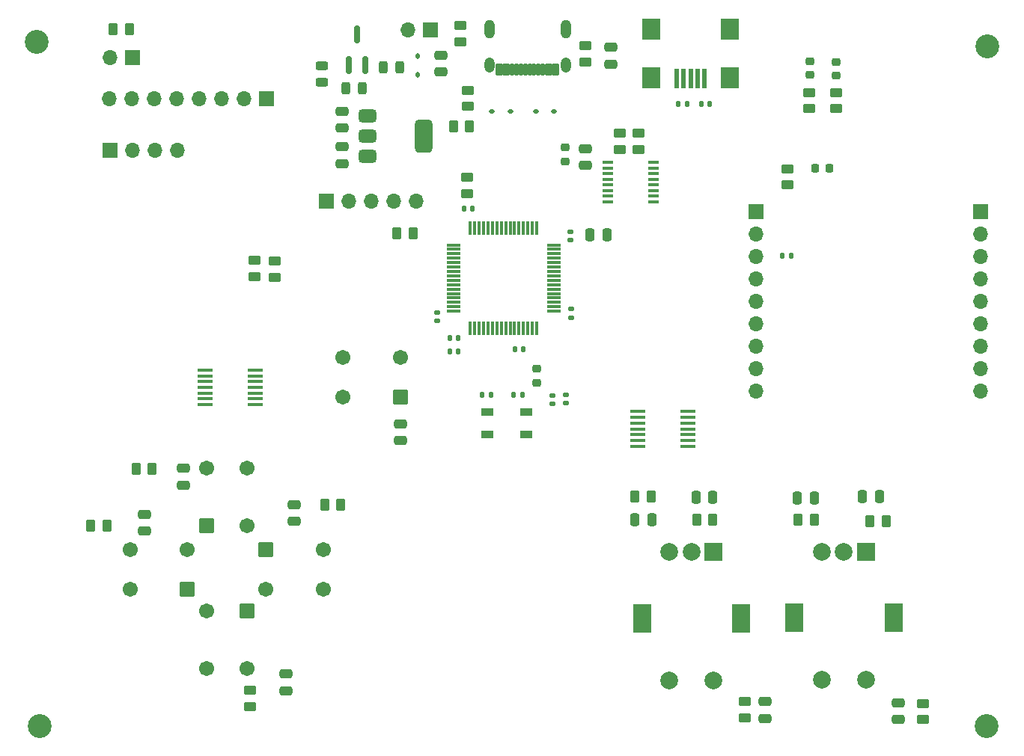
<source format=gbr>
%TF.GenerationSoftware,KiCad,Pcbnew,8.0.6*%
%TF.CreationDate,2025-01-09T21:18:53+11:00*%
%TF.ProjectId,drone_remote,64726f6e-655f-4726-956d-6f74652e6b69,rev?*%
%TF.SameCoordinates,Original*%
%TF.FileFunction,Soldermask,Top*%
%TF.FilePolarity,Negative*%
%FSLAX46Y46*%
G04 Gerber Fmt 4.6, Leading zero omitted, Abs format (unit mm)*
G04 Created by KiCad (PCBNEW 8.0.6) date 2025-01-09 21:18:53*
%MOMM*%
%LPD*%
G01*
G04 APERTURE LIST*
G04 Aperture macros list*
%AMRoundRect*
0 Rectangle with rounded corners*
0 $1 Rounding radius*
0 $2 $3 $4 $5 $6 $7 $8 $9 X,Y pos of 4 corners*
0 Add a 4 corners polygon primitive as box body*
4,1,4,$2,$3,$4,$5,$6,$7,$8,$9,$2,$3,0*
0 Add four circle primitives for the rounded corners*
1,1,$1+$1,$2,$3*
1,1,$1+$1,$4,$5*
1,1,$1+$1,$6,$7*
1,1,$1+$1,$8,$9*
0 Add four rect primitives between the rounded corners*
20,1,$1+$1,$2,$3,$4,$5,0*
20,1,$1+$1,$4,$5,$6,$7,0*
20,1,$1+$1,$6,$7,$8,$9,0*
20,1,$1+$1,$8,$9,$2,$3,0*%
G04 Aperture macros list end*
%ADD10RoundRect,0.140000X-0.140000X-0.170000X0.140000X-0.170000X0.140000X0.170000X-0.140000X0.170000X0*%
%ADD11RoundRect,0.250000X-0.450000X0.262500X-0.450000X-0.262500X0.450000X-0.262500X0.450000X0.262500X0*%
%ADD12RoundRect,0.162500X0.162500X-0.837500X0.162500X0.837500X-0.162500X0.837500X-0.162500X-0.837500X0*%
%ADD13RoundRect,0.250000X0.475000X-0.250000X0.475000X0.250000X-0.475000X0.250000X-0.475000X-0.250000X0*%
%ADD14RoundRect,0.250000X0.262500X0.450000X-0.262500X0.450000X-0.262500X-0.450000X0.262500X-0.450000X0*%
%ADD15RoundRect,0.250000X0.450000X-0.262500X0.450000X0.262500X-0.450000X0.262500X-0.450000X-0.262500X0*%
%ADD16RoundRect,0.250000X0.250000X0.475000X-0.250000X0.475000X-0.250000X-0.475000X0.250000X-0.475000X0*%
%ADD17R,1.676400X0.355600*%
%ADD18RoundRect,0.218750X-0.256250X0.218750X-0.256250X-0.218750X0.256250X-0.218750X0.256250X0.218750X0*%
%ADD19RoundRect,0.102000X0.749000X-0.749000X0.749000X0.749000X-0.749000X0.749000X-0.749000X-0.749000X0*%
%ADD20C,1.702000*%
%ADD21RoundRect,0.140000X0.140000X0.170000X-0.140000X0.170000X-0.140000X-0.170000X0.140000X-0.170000X0*%
%ADD22R,1.700000X1.700000*%
%ADD23O,1.700000X1.700000*%
%ADD24RoundRect,0.250000X-0.262500X-0.450000X0.262500X-0.450000X0.262500X0.450000X-0.262500X0.450000X0*%
%ADD25RoundRect,0.102000X-0.749000X-0.749000X0.749000X-0.749000X0.749000X0.749000X-0.749000X0.749000X0*%
%ADD26RoundRect,0.250000X-0.250000X-0.475000X0.250000X-0.475000X0.250000X0.475000X-0.250000X0.475000X0*%
%ADD27RoundRect,0.112500X0.187500X0.112500X-0.187500X0.112500X-0.187500X-0.112500X0.187500X-0.112500X0*%
%ADD28RoundRect,0.102000X-0.749000X0.749000X-0.749000X-0.749000X0.749000X-0.749000X0.749000X0.749000X0*%
%ADD29R,1.200000X0.400000*%
%ADD30RoundRect,0.102000X0.749000X0.749000X-0.749000X0.749000X-0.749000X-0.749000X0.749000X-0.749000X0*%
%ADD31C,2.700000*%
%ADD32RoundRect,0.250000X-0.475000X0.250000X-0.475000X-0.250000X0.475000X-0.250000X0.475000X0.250000X0*%
%ADD33RoundRect,0.075000X0.075000X-0.700000X0.075000X0.700000X-0.075000X0.700000X-0.075000X-0.700000X0*%
%ADD34RoundRect,0.075000X0.700000X-0.075000X0.700000X0.075000X-0.700000X0.075000X-0.700000X-0.075000X0*%
%ADD35RoundRect,0.243750X0.243750X0.456250X-0.243750X0.456250X-0.243750X-0.456250X0.243750X-0.456250X0*%
%ADD36RoundRect,0.243750X-0.243750X-0.456250X0.243750X-0.456250X0.243750X0.456250X-0.243750X0.456250X0*%
%ADD37RoundRect,0.112500X-0.187500X-0.112500X0.187500X-0.112500X0.187500X0.112500X-0.187500X0.112500X0*%
%ADD38RoundRect,0.140000X-0.170000X0.140000X-0.170000X-0.140000X0.170000X-0.140000X0.170000X0.140000X0*%
%ADD39RoundRect,0.140000X0.170000X-0.140000X0.170000X0.140000X-0.170000X0.140000X-0.170000X-0.140000X0*%
%ADD40R,1.447800X0.889000*%
%ADD41RoundRect,0.375000X-0.625000X-0.375000X0.625000X-0.375000X0.625000X0.375000X-0.625000X0.375000X0*%
%ADD42RoundRect,0.500000X-0.500000X-1.400000X0.500000X-1.400000X0.500000X1.400000X-0.500000X1.400000X0*%
%ADD43RoundRect,0.112500X0.112500X-0.187500X0.112500X0.187500X-0.112500X0.187500X-0.112500X-0.187500X0*%
%ADD44RoundRect,0.218750X0.218750X0.256250X-0.218750X0.256250X-0.218750X-0.256250X0.218750X-0.256250X0*%
%ADD45R,2.000000X2.000000*%
%ADD46C,2.000000*%
%ADD47R,2.000000X3.200000*%
%ADD48RoundRect,0.243750X0.456250X-0.243750X0.456250X0.243750X-0.456250X0.243750X-0.456250X-0.243750X0*%
%ADD49R,0.508000X2.311400*%
%ADD50R,2.006600X2.489200*%
%ADD51RoundRect,0.090000X0.300000X0.575000X-0.300000X0.575000X-0.300000X-0.575000X0.300000X-0.575000X0*%
%ADD52RoundRect,0.090000X0.150000X0.575000X-0.150000X0.575000X-0.150000X-0.575000X0.150000X-0.575000X0*%
%ADD53O,1.204000X2.104000*%
%ADD54O,1.204000X1.704000*%
%ADD55RoundRect,0.135000X-0.135000X-0.185000X0.135000X-0.185000X0.135000X0.185000X-0.135000X0.185000X0*%
G04 APERTURE END LIST*
D10*
%TO.C,C1*%
X111700000Y-43600000D03*
X112660000Y-43600000D03*
%TD*%
D11*
%TO.C,R6*%
X123950000Y-42275000D03*
X123950000Y-44100000D03*
%TD*%
D12*
%TO.C,Q1*%
X71850000Y-39120000D03*
X73750000Y-39120000D03*
X72800000Y-35700000D03*
%TD*%
D13*
%TO.C,C27*%
X134025000Y-113250000D03*
X134025000Y-111350000D03*
%TD*%
D11*
%TO.C,R1*%
X98600000Y-36975000D03*
X98600000Y-38800000D03*
%TD*%
D14*
%TO.C,R16*%
X47000000Y-35100000D03*
X45175000Y-35100000D03*
%TD*%
D15*
%TO.C,R20*%
X136825000Y-113250000D03*
X136825000Y-111425000D03*
%TD*%
D16*
%TO.C,C25*%
X124475000Y-88200000D03*
X122575000Y-88200000D03*
%TD*%
D17*
%TO.C,U3*%
X55630600Y-73699999D03*
X55630600Y-74350000D03*
X55630600Y-75000001D03*
X55630600Y-75650000D03*
X55630600Y-76299999D03*
X55630600Y-76950000D03*
X55630600Y-77599999D03*
X61269400Y-77600001D03*
X61269400Y-76950000D03*
X61269400Y-76300001D03*
X61269400Y-75650000D03*
X61269400Y-75000001D03*
X61269400Y-74350000D03*
X61269400Y-73700001D03*
%TD*%
D13*
%TO.C,C18*%
X82275000Y-39950000D03*
X82275000Y-38050000D03*
%TD*%
D18*
%TO.C,L1*%
X96300000Y-48512500D03*
X96300000Y-50087500D03*
%TD*%
D13*
%TO.C,C22*%
X48700000Y-91900000D03*
X48700000Y-90000000D03*
%TD*%
D19*
%TO.C,SW3*%
X55800000Y-91300000D03*
D20*
X55800000Y-84800000D03*
X60300000Y-91300000D03*
X60300000Y-84800000D03*
%TD*%
D15*
%TO.C,R8*%
X85200000Y-53700000D03*
X85200000Y-51875000D03*
%TD*%
D21*
%TO.C,C8*%
X85827894Y-55405734D03*
X84867894Y-55405734D03*
%TD*%
D18*
%TO.C,L2*%
X93100000Y-73525000D03*
X93100000Y-75100000D03*
%TD*%
D22*
%TO.C,J6*%
X44800000Y-48800000D03*
D23*
X47340000Y-48800000D03*
X49880000Y-48800000D03*
X52420000Y-48800000D03*
%TD*%
D22*
%TO.C,J8*%
X143300000Y-55720000D03*
D23*
X143300000Y-58260000D03*
X143300000Y-60800000D03*
X143300000Y-63340000D03*
X143300000Y-65880000D03*
X143300000Y-68420000D03*
X143300000Y-70960000D03*
X143300000Y-73500000D03*
X143300000Y-76040000D03*
%TD*%
D24*
%TO.C,R22*%
X111200000Y-90600000D03*
X113025000Y-90600000D03*
%TD*%
D13*
%TO.C,C4*%
X77700000Y-81700000D03*
X77700000Y-79800000D03*
%TD*%
D15*
%TO.C,R3*%
X104600000Y-48725000D03*
X104600000Y-46900000D03*
%TD*%
D25*
%TO.C,SW2*%
X62435000Y-94050000D03*
D20*
X68935000Y-94050000D03*
X62435000Y-98550000D03*
X68935000Y-98550000D03*
%TD*%
D11*
%TO.C,R2*%
X102500000Y-46900000D03*
X102500000Y-48725000D03*
%TD*%
D22*
%TO.C,J4*%
X81075000Y-35200000D03*
D23*
X78535000Y-35200000D03*
%TD*%
D26*
%TO.C,C28*%
X111125000Y-88100000D03*
X113025000Y-88100000D03*
%TD*%
D27*
%TO.C,D2*%
X90150000Y-44375000D03*
X88050000Y-44375000D03*
%TD*%
D28*
%TO.C,SW5*%
X60300000Y-101000000D03*
D20*
X60300000Y-107500000D03*
X55800000Y-101000000D03*
X55800000Y-107500000D03*
%TD*%
D29*
%TO.C,U5*%
X106300000Y-54622500D03*
X106300000Y-53987500D03*
X106300000Y-53352500D03*
X106300000Y-52717500D03*
X106300000Y-52082500D03*
X106300000Y-51447500D03*
X106300000Y-50812500D03*
X106300000Y-50177500D03*
X101100000Y-50177500D03*
X101100000Y-50812500D03*
X101100000Y-51447500D03*
X101100000Y-52082500D03*
X101100000Y-52717500D03*
X101100000Y-53352500D03*
X101100000Y-53987500D03*
X101100000Y-54622500D03*
%TD*%
D30*
%TO.C,SW4*%
X53600000Y-98550000D03*
D20*
X47100000Y-98550000D03*
X53600000Y-94050000D03*
X47100000Y-94050000D03*
%TD*%
D15*
%TO.C,R15*%
X60700000Y-111800000D03*
X60700000Y-109975000D03*
%TD*%
D13*
%TO.C,C20*%
X71100000Y-50300000D03*
X71100000Y-48400000D03*
%TD*%
%TO.C,C21*%
X65700000Y-90800000D03*
X65700000Y-88900000D03*
%TD*%
D31*
%TO.C,H1*%
X36500000Y-36500000D03*
%TD*%
D14*
%TO.C,R13*%
X49600000Y-84900000D03*
X47775000Y-84900000D03*
%TD*%
D11*
%TO.C,R5*%
X61200000Y-61287500D03*
X61200000Y-63112500D03*
%TD*%
D32*
%TO.C,C3*%
X101500000Y-37150000D03*
X101500000Y-39050000D03*
%TD*%
D21*
%TO.C,C2*%
X110100000Y-43600000D03*
X109140000Y-43600000D03*
%TD*%
D22*
%TO.C,J5*%
X62550000Y-42975000D03*
D23*
X60010000Y-42975000D03*
X57470000Y-42975000D03*
X54930000Y-42975000D03*
X52390000Y-42975000D03*
X49850000Y-42975000D03*
X47310000Y-42975000D03*
X44770000Y-42975000D03*
%TD*%
D18*
%TO.C,D7*%
X126962500Y-38787500D03*
X126962500Y-40362500D03*
%TD*%
D13*
%TO.C,C5*%
X98600000Y-50500000D03*
X98600000Y-48600000D03*
%TD*%
D33*
%TO.C,U1*%
X85600000Y-68950000D03*
X86100000Y-68950000D03*
X86600000Y-68950000D03*
X87100000Y-68950000D03*
X87600000Y-68950000D03*
X88100000Y-68950000D03*
X88600000Y-68950000D03*
X89100000Y-68950000D03*
X89600000Y-68950000D03*
X90100000Y-68950000D03*
X90600000Y-68950000D03*
X91100000Y-68950000D03*
X91600000Y-68950000D03*
X92100000Y-68950000D03*
X92600000Y-68950000D03*
X93100000Y-68950000D03*
D34*
X95025000Y-67025000D03*
X95025000Y-66525000D03*
X95025000Y-66025000D03*
X95025000Y-65525000D03*
X95025000Y-65025000D03*
X95025000Y-64525000D03*
X95025000Y-64025000D03*
X95025000Y-63525000D03*
X95025000Y-63025000D03*
X95025000Y-62525000D03*
X95025000Y-62025000D03*
X95025000Y-61525000D03*
X95025000Y-61025000D03*
X95025000Y-60525000D03*
X95025000Y-60025000D03*
X95025000Y-59525000D03*
D33*
X93100000Y-57600000D03*
X92600000Y-57600000D03*
X92100000Y-57600000D03*
X91600000Y-57600000D03*
X91100000Y-57600000D03*
X90600000Y-57600000D03*
X90100000Y-57600000D03*
X89600000Y-57600000D03*
X89100000Y-57600000D03*
X88600000Y-57600000D03*
X88100000Y-57600000D03*
X87600000Y-57600000D03*
X87100000Y-57600000D03*
X86600000Y-57600000D03*
X86100000Y-57600000D03*
X85600000Y-57600000D03*
D34*
X83675000Y-59525000D03*
X83675000Y-60025000D03*
X83675000Y-60525000D03*
X83675000Y-61025000D03*
X83675000Y-61525000D03*
X83675000Y-62025000D03*
X83675000Y-62525000D03*
X83675000Y-63025000D03*
X83675000Y-63525000D03*
X83675000Y-64025000D03*
X83675000Y-64525000D03*
X83675000Y-65025000D03*
X83675000Y-65525000D03*
X83675000Y-66025000D03*
X83675000Y-66525000D03*
X83675000Y-67025000D03*
%TD*%
D35*
%TO.C,F1*%
X77600000Y-39400000D03*
X75725000Y-39400000D03*
%TD*%
D36*
%TO.C,D5*%
X71525000Y-41800000D03*
X73400000Y-41800000D03*
%TD*%
D11*
%TO.C,R17*%
X121500000Y-50900000D03*
X121500000Y-52725000D03*
%TD*%
D22*
%TO.C,J7*%
X117900000Y-55720000D03*
D23*
X117900000Y-58260000D03*
X117900000Y-60800000D03*
X117900000Y-63340000D03*
X117900000Y-65880000D03*
X117900000Y-68420000D03*
X117900000Y-70960000D03*
X117900000Y-73500000D03*
X117900000Y-76040000D03*
%TD*%
D15*
%TO.C,R4*%
X84500000Y-36512500D03*
X84500000Y-34687500D03*
%TD*%
D24*
%TO.C,R10*%
X69100000Y-88900000D03*
X70925000Y-88900000D03*
%TD*%
D21*
%TO.C,C16*%
X87910000Y-76475000D03*
X86950000Y-76475000D03*
%TD*%
D13*
%TO.C,C24*%
X64700000Y-110000000D03*
X64700000Y-108100000D03*
%TD*%
D30*
%TO.C,SW1*%
X77665000Y-76750000D03*
D20*
X71165000Y-76750000D03*
X77665000Y-72250000D03*
X71165000Y-72250000D03*
%TD*%
D31*
%TO.C,H2*%
X36900000Y-114000000D03*
%TD*%
%TO.C,H4*%
X144000000Y-114000000D03*
%TD*%
D37*
%TO.C,D1*%
X92975000Y-44400000D03*
X95075000Y-44400000D03*
%TD*%
D31*
%TO.C,H3*%
X144100000Y-37000000D03*
%TD*%
D38*
%TO.C,C7*%
X81850000Y-67170000D03*
X81850000Y-68130000D03*
%TD*%
D39*
%TO.C,C10*%
X97000000Y-67750000D03*
X97000000Y-66790000D03*
%TD*%
D15*
%TO.C,R12*%
X85350000Y-43825000D03*
X85350000Y-42000000D03*
%TD*%
D14*
%TO.C,R18*%
X124500000Y-90600000D03*
X122675000Y-90600000D03*
%TD*%
D22*
%TO.C,JP2*%
X47370000Y-38270000D03*
D23*
X44830000Y-38270000D03*
%TD*%
D38*
%TO.C,C13*%
X96400000Y-76500000D03*
X96400000Y-77460000D03*
%TD*%
D40*
%TO.C,X1*%
X87479600Y-80975000D03*
X91950000Y-80975000D03*
X91950000Y-78475000D03*
X87479600Y-78475000D03*
%TD*%
D13*
%TO.C,C29*%
X118950000Y-113150000D03*
X118950000Y-111250000D03*
%TD*%
D41*
%TO.C,U2*%
X74000000Y-44900000D03*
X74000000Y-47200000D03*
D42*
X80300000Y-47200000D03*
D41*
X74000000Y-49500000D03*
%TD*%
D16*
%TO.C,C26*%
X131850000Y-88000000D03*
X129950000Y-88000000D03*
%TD*%
D14*
%TO.C,R21*%
X106012500Y-88000000D03*
X104187500Y-88000000D03*
%TD*%
D38*
%TO.C,C14*%
X94900000Y-76540000D03*
X94900000Y-77500000D03*
%TD*%
D24*
%TO.C,R11*%
X83662500Y-46100000D03*
X85487500Y-46100000D03*
%TD*%
D11*
%TO.C,R23*%
X116650000Y-111250000D03*
X116650000Y-113075000D03*
%TD*%
D32*
%TO.C,C19*%
X71100000Y-44400000D03*
X71100000Y-46300000D03*
%TD*%
D10*
%TO.C,C17*%
X90490000Y-76475000D03*
X91450000Y-76475000D03*
%TD*%
%TO.C,C6*%
X83290000Y-71562500D03*
X84250000Y-71562500D03*
%TD*%
D17*
%TO.C,U4*%
X110169400Y-82300001D03*
X110169400Y-81650000D03*
X110169400Y-80999999D03*
X110169400Y-80350000D03*
X110169400Y-79700001D03*
X110169400Y-79050000D03*
X110169400Y-78400001D03*
X104530600Y-78399999D03*
X104530600Y-79050000D03*
X104530600Y-79699999D03*
X104530600Y-80350000D03*
X104530600Y-80999999D03*
X104530600Y-81650000D03*
X104530600Y-82299999D03*
%TD*%
D18*
%TO.C,D6*%
X123962500Y-38695000D03*
X123962500Y-40270000D03*
%TD*%
D43*
%TO.C,D3*%
X79600000Y-40235000D03*
X79600000Y-38135000D03*
%TD*%
D44*
%TO.C,D8*%
X126175000Y-50850000D03*
X124600000Y-50850000D03*
%TD*%
D45*
%TO.C,SW6*%
X130350000Y-94250000D03*
D46*
X125350000Y-94250000D03*
X127850000Y-94250000D03*
D47*
X133450000Y-101750000D03*
X122250000Y-101750000D03*
D46*
X125350000Y-108750000D03*
X130350000Y-108750000D03*
%TD*%
D10*
%TO.C,C12*%
X90640000Y-71300000D03*
X91600000Y-71300000D03*
%TD*%
D11*
%TO.C,R25*%
X63500000Y-61337500D03*
X63500000Y-63162500D03*
%TD*%
D14*
%TO.C,R19*%
X132625000Y-90800000D03*
X130800000Y-90800000D03*
%TD*%
D24*
%TO.C,R9*%
X77287500Y-58200000D03*
X79112500Y-58200000D03*
%TD*%
D48*
%TO.C,D4*%
X68800000Y-41137500D03*
X68800000Y-39262500D03*
%TD*%
D39*
%TO.C,C9*%
X96920594Y-59010000D03*
X96920594Y-58050000D03*
%TD*%
D45*
%TO.C,SW7*%
X113100000Y-94300000D03*
D46*
X108100000Y-94300000D03*
X110600000Y-94300000D03*
D47*
X116200000Y-101800000D03*
X105000000Y-101800000D03*
D46*
X108100000Y-108800000D03*
X113100000Y-108800000D03*
%TD*%
D16*
%TO.C,C15*%
X101050000Y-58400000D03*
X99150000Y-58400000D03*
%TD*%
D49*
%TO.C,J2*%
X112099999Y-40661000D03*
X111300001Y-40661000D03*
X110500000Y-40661000D03*
X109699999Y-40661000D03*
X108900001Y-40661000D03*
D50*
X114950000Y-40565802D03*
X106050000Y-40565802D03*
X114950000Y-35055000D03*
X106050000Y-35055000D03*
%TD*%
D51*
%TO.C,J3*%
X95250000Y-39700000D03*
X94450000Y-39700000D03*
D52*
X93300000Y-39700000D03*
X92300000Y-39700000D03*
X91800000Y-39700000D03*
X90800000Y-39700000D03*
D51*
X88850000Y-39700000D03*
X89650000Y-39700000D03*
D52*
X90300000Y-39700000D03*
X91300000Y-39700000D03*
X92800000Y-39700000D03*
X93800000Y-39700000D03*
D53*
X96370000Y-35125000D03*
X87730000Y-35125000D03*
D54*
X96370000Y-39125000D03*
X87730000Y-39125000D03*
%TD*%
D13*
%TO.C,C23*%
X53100000Y-86700000D03*
X53100000Y-84800000D03*
%TD*%
D22*
%TO.C,J1*%
X69320000Y-54600000D03*
D23*
X71860000Y-54600000D03*
X74400000Y-54600000D03*
X76940000Y-54600000D03*
X79480000Y-54600000D03*
%TD*%
D14*
%TO.C,R14*%
X44500000Y-91300000D03*
X42675000Y-91300000D03*
%TD*%
D10*
%TO.C,C11*%
X83290000Y-70037500D03*
X84250000Y-70037500D03*
%TD*%
D16*
%TO.C,C30*%
X106100000Y-90600000D03*
X104200000Y-90600000D03*
%TD*%
D55*
%TO.C,R24*%
X120880000Y-60750000D03*
X121900000Y-60750000D03*
%TD*%
D11*
%TO.C,R7*%
X126950000Y-42275000D03*
X126950000Y-44100000D03*
%TD*%
M02*

</source>
